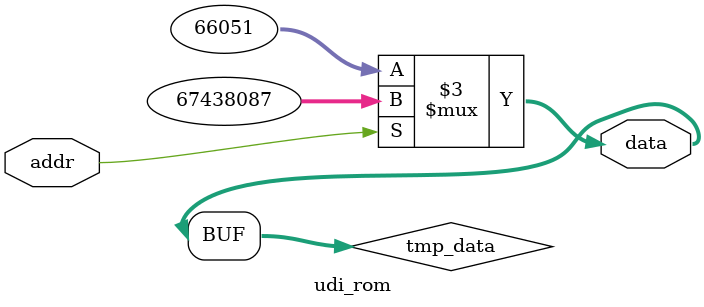
<source format=v>

module udi_rom (
    input  wire [ 0:0] addr,
    output wire [31:0] data
);

  reg [31 : 0] tmp_data;
  assign data = tmp_data;

  always @* begin : addr_mux
    if (addr) begin
      tmp_data = 32'h04050607;
    end
    else begin
      tmp_data = 32'h00010203;
    end
  end

endmodule  // udi_rom

//======================================================================
// EOF udi_rom_sim.v
//======================================================================

</source>
